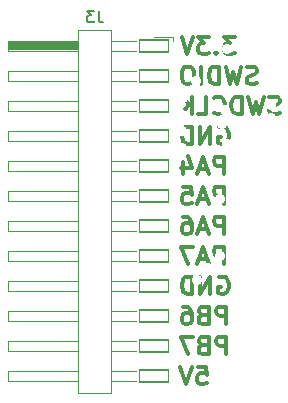
<source format=gbr>
%TF.GenerationSoftware,KiCad,Pcbnew,6.0.5-2.fc36*%
%TF.CreationDate,2022-06-13T15:37:22-05:00*%
%TF.ProjectId,right,72696768-742e-46b6-9963-61645f706362,rev?*%
%TF.SameCoordinates,Original*%
%TF.FileFunction,Legend,Bot*%
%TF.FilePolarity,Positive*%
%FSLAX46Y46*%
G04 Gerber Fmt 4.6, Leading zero omitted, Abs format (unit mm)*
G04 Created by KiCad (PCBNEW 6.0.5-2.fc36) date 2022-06-13 15:37:22*
%MOMM*%
%LPD*%
G01*
G04 APERTURE LIST*
G04 Aperture macros list*
%AMRoundRect*
0 Rectangle with rounded corners*
0 $1 Rounding radius*
0 $2 $3 $4 $5 $6 $7 $8 $9 X,Y pos of 4 corners*
0 Add a 4 corners polygon primitive as box body*
4,1,4,$2,$3,$4,$5,$6,$7,$8,$9,$2,$3,0*
0 Add four circle primitives for the rounded corners*
1,1,$1+$1,$2,$3*
1,1,$1+$1,$4,$5*
1,1,$1+$1,$6,$7*
1,1,$1+$1,$8,$9*
0 Add four rect primitives between the rounded corners*
20,1,$1+$1,$2,$3,$4,$5,0*
20,1,$1+$1,$4,$5,$6,$7,0*
20,1,$1+$1,$6,$7,$8,$9,0*
20,1,$1+$1,$8,$9,$2,$3,0*%
G04 Aperture macros list end*
%ADD10C,0.300000*%
%ADD11C,0.150000*%
%ADD12C,0.120000*%
%ADD13R,6.000000X0.760000*%
%ADD14C,2.302000*%
%ADD15C,4.102000*%
%ADD16C,2.002000*%
%ADD17C,1.802000*%
%ADD18O,1.702000X2.102000*%
%ADD19C,0.902000*%
%ADD20RoundRect,0.051000X1.250000X0.500000X-1.250000X0.500000X-1.250000X-0.500000X1.250000X-0.500000X0*%
%ADD21O,1.102000X1.702000*%
%ADD22C,0.752000*%
%ADD23O,1.102000X2.202000*%
G04 APERTURE END LIST*
D10*
X86927857Y-107890571D02*
X87642142Y-107890571D01*
X87713571Y-108604857D01*
X87642142Y-108533428D01*
X87499285Y-108462000D01*
X87142142Y-108462000D01*
X86999285Y-108533428D01*
X86927857Y-108604857D01*
X86856428Y-108747714D01*
X86856428Y-109104857D01*
X86927857Y-109247714D01*
X86999285Y-109319142D01*
X87142142Y-109390571D01*
X87499285Y-109390571D01*
X87642142Y-109319142D01*
X87713571Y-109247714D01*
X86427857Y-107890571D02*
X85927857Y-109390571D01*
X85427857Y-107890571D01*
X89356428Y-106850571D02*
X89356428Y-105350571D01*
X88785000Y-105350571D01*
X88642142Y-105422000D01*
X88570714Y-105493428D01*
X88499285Y-105636285D01*
X88499285Y-105850571D01*
X88570714Y-105993428D01*
X88642142Y-106064857D01*
X88785000Y-106136285D01*
X89356428Y-106136285D01*
X87356428Y-106064857D02*
X87142142Y-106136285D01*
X87070714Y-106207714D01*
X86999285Y-106350571D01*
X86999285Y-106564857D01*
X87070714Y-106707714D01*
X87142142Y-106779142D01*
X87285000Y-106850571D01*
X87856428Y-106850571D01*
X87856428Y-105350571D01*
X87356428Y-105350571D01*
X87213571Y-105422000D01*
X87142142Y-105493428D01*
X87070714Y-105636285D01*
X87070714Y-105779142D01*
X87142142Y-105922000D01*
X87213571Y-105993428D01*
X87356428Y-106064857D01*
X87856428Y-106064857D01*
X86499285Y-105350571D02*
X85499285Y-105350571D01*
X86142142Y-106850571D01*
X89356428Y-104310571D02*
X89356428Y-102810571D01*
X88785000Y-102810571D01*
X88642142Y-102882000D01*
X88570714Y-102953428D01*
X88499285Y-103096285D01*
X88499285Y-103310571D01*
X88570714Y-103453428D01*
X88642142Y-103524857D01*
X88785000Y-103596285D01*
X89356428Y-103596285D01*
X87356428Y-103524857D02*
X87142142Y-103596285D01*
X87070714Y-103667714D01*
X86999285Y-103810571D01*
X86999285Y-104024857D01*
X87070714Y-104167714D01*
X87142142Y-104239142D01*
X87285000Y-104310571D01*
X87856428Y-104310571D01*
X87856428Y-102810571D01*
X87356428Y-102810571D01*
X87213571Y-102882000D01*
X87142142Y-102953428D01*
X87070714Y-103096285D01*
X87070714Y-103239142D01*
X87142142Y-103382000D01*
X87213571Y-103453428D01*
X87356428Y-103524857D01*
X87856428Y-103524857D01*
X85713571Y-102810571D02*
X85999285Y-102810571D01*
X86142142Y-102882000D01*
X86213571Y-102953428D01*
X86356428Y-103167714D01*
X86427857Y-103453428D01*
X86427857Y-104024857D01*
X86356428Y-104167714D01*
X86285000Y-104239142D01*
X86142142Y-104310571D01*
X85856428Y-104310571D01*
X85713571Y-104239142D01*
X85642142Y-104167714D01*
X85570714Y-104024857D01*
X85570714Y-103667714D01*
X85642142Y-103524857D01*
X85713571Y-103453428D01*
X85856428Y-103382000D01*
X86142142Y-103382000D01*
X86285000Y-103453428D01*
X86356428Y-103524857D01*
X86427857Y-103667714D01*
X88713571Y-100342000D02*
X88856428Y-100270571D01*
X89070714Y-100270571D01*
X89285000Y-100342000D01*
X89427857Y-100484857D01*
X89499285Y-100627714D01*
X89570714Y-100913428D01*
X89570714Y-101127714D01*
X89499285Y-101413428D01*
X89427857Y-101556285D01*
X89285000Y-101699142D01*
X89070714Y-101770571D01*
X88927857Y-101770571D01*
X88713571Y-101699142D01*
X88642142Y-101627714D01*
X88642142Y-101127714D01*
X88927857Y-101127714D01*
X87999285Y-101770571D02*
X87999285Y-100270571D01*
X87142142Y-101770571D01*
X87142142Y-100270571D01*
X86427857Y-101770571D02*
X86427857Y-100270571D01*
X86070714Y-100270571D01*
X85856428Y-100342000D01*
X85713571Y-100484857D01*
X85642142Y-100627714D01*
X85570714Y-100913428D01*
X85570714Y-101127714D01*
X85642142Y-101413428D01*
X85713571Y-101556285D01*
X85856428Y-101699142D01*
X86070714Y-101770571D01*
X86427857Y-101770571D01*
X89142142Y-99230571D02*
X89142142Y-97730571D01*
X88570714Y-97730571D01*
X88427857Y-97802000D01*
X88356428Y-97873428D01*
X88285000Y-98016285D01*
X88285000Y-98230571D01*
X88356428Y-98373428D01*
X88427857Y-98444857D01*
X88570714Y-98516285D01*
X89142142Y-98516285D01*
X87713571Y-98802000D02*
X86999285Y-98802000D01*
X87856428Y-99230571D02*
X87356428Y-97730571D01*
X86856428Y-99230571D01*
X86499285Y-97730571D02*
X85499285Y-97730571D01*
X86142142Y-99230571D01*
X89142142Y-96690571D02*
X89142142Y-95190571D01*
X88570714Y-95190571D01*
X88427857Y-95262000D01*
X88356428Y-95333428D01*
X88285000Y-95476285D01*
X88285000Y-95690571D01*
X88356428Y-95833428D01*
X88427857Y-95904857D01*
X88570714Y-95976285D01*
X89142142Y-95976285D01*
X87713571Y-96262000D02*
X86999285Y-96262000D01*
X87856428Y-96690571D02*
X87356428Y-95190571D01*
X86856428Y-96690571D01*
X85713571Y-95190571D02*
X85999285Y-95190571D01*
X86142142Y-95262000D01*
X86213571Y-95333428D01*
X86356428Y-95547714D01*
X86427857Y-95833428D01*
X86427857Y-96404857D01*
X86356428Y-96547714D01*
X86285000Y-96619142D01*
X86142142Y-96690571D01*
X85856428Y-96690571D01*
X85713571Y-96619142D01*
X85642142Y-96547714D01*
X85570714Y-96404857D01*
X85570714Y-96047714D01*
X85642142Y-95904857D01*
X85713571Y-95833428D01*
X85856428Y-95762000D01*
X86142142Y-95762000D01*
X86285000Y-95833428D01*
X86356428Y-95904857D01*
X86427857Y-96047714D01*
X89142142Y-94150571D02*
X89142142Y-92650571D01*
X88570714Y-92650571D01*
X88427857Y-92722000D01*
X88356428Y-92793428D01*
X88285000Y-92936285D01*
X88285000Y-93150571D01*
X88356428Y-93293428D01*
X88427857Y-93364857D01*
X88570714Y-93436285D01*
X89142142Y-93436285D01*
X87713571Y-93722000D02*
X86999285Y-93722000D01*
X87856428Y-94150571D02*
X87356428Y-92650571D01*
X86856428Y-94150571D01*
X85642142Y-92650571D02*
X86356428Y-92650571D01*
X86427857Y-93364857D01*
X86356428Y-93293428D01*
X86213571Y-93222000D01*
X85856428Y-93222000D01*
X85713571Y-93293428D01*
X85642142Y-93364857D01*
X85570714Y-93507714D01*
X85570714Y-93864857D01*
X85642142Y-94007714D01*
X85713571Y-94079142D01*
X85856428Y-94150571D01*
X86213571Y-94150571D01*
X86356428Y-94079142D01*
X86427857Y-94007714D01*
X89142142Y-91610571D02*
X89142142Y-90110571D01*
X88570714Y-90110571D01*
X88427857Y-90182000D01*
X88356428Y-90253428D01*
X88285000Y-90396285D01*
X88285000Y-90610571D01*
X88356428Y-90753428D01*
X88427857Y-90824857D01*
X88570714Y-90896285D01*
X89142142Y-90896285D01*
X87713571Y-91182000D02*
X86999285Y-91182000D01*
X87856428Y-91610571D02*
X87356428Y-90110571D01*
X86856428Y-91610571D01*
X85713571Y-90610571D02*
X85713571Y-91610571D01*
X86070714Y-90039142D02*
X86427857Y-91110571D01*
X85499285Y-91110571D01*
X88713571Y-87642000D02*
X88856428Y-87570571D01*
X89070714Y-87570571D01*
X89285000Y-87642000D01*
X89427857Y-87784857D01*
X89499285Y-87927714D01*
X89570714Y-88213428D01*
X89570714Y-88427714D01*
X89499285Y-88713428D01*
X89427857Y-88856285D01*
X89285000Y-88999142D01*
X89070714Y-89070571D01*
X88927857Y-89070571D01*
X88713571Y-88999142D01*
X88642142Y-88927714D01*
X88642142Y-88427714D01*
X88927857Y-88427714D01*
X87999285Y-89070571D02*
X87999285Y-87570571D01*
X87142142Y-89070571D01*
X87142142Y-87570571D01*
X86427857Y-89070571D02*
X86427857Y-87570571D01*
X86070714Y-87570571D01*
X85856428Y-87642000D01*
X85713571Y-87784857D01*
X85642142Y-87927714D01*
X85570714Y-88213428D01*
X85570714Y-88427714D01*
X85642142Y-88713428D01*
X85713571Y-88856285D01*
X85856428Y-88999142D01*
X86070714Y-89070571D01*
X86427857Y-89070571D01*
X93856428Y-86459142D02*
X93642142Y-86530571D01*
X93285000Y-86530571D01*
X93142142Y-86459142D01*
X93070714Y-86387714D01*
X92999285Y-86244857D01*
X92999285Y-86102000D01*
X93070714Y-85959142D01*
X93142142Y-85887714D01*
X93285000Y-85816285D01*
X93570714Y-85744857D01*
X93713571Y-85673428D01*
X93785000Y-85602000D01*
X93856428Y-85459142D01*
X93856428Y-85316285D01*
X93785000Y-85173428D01*
X93713571Y-85102000D01*
X93570714Y-85030571D01*
X93213571Y-85030571D01*
X92999285Y-85102000D01*
X92499285Y-85030571D02*
X92142142Y-86530571D01*
X91856428Y-85459142D01*
X91570714Y-86530571D01*
X91213571Y-85030571D01*
X90642142Y-86530571D02*
X90642142Y-85030571D01*
X90285000Y-85030571D01*
X90070714Y-85102000D01*
X89927857Y-85244857D01*
X89856428Y-85387714D01*
X89785000Y-85673428D01*
X89785000Y-85887714D01*
X89856428Y-86173428D01*
X89927857Y-86316285D01*
X90070714Y-86459142D01*
X90285000Y-86530571D01*
X90642142Y-86530571D01*
X88285000Y-86387714D02*
X88356428Y-86459142D01*
X88570714Y-86530571D01*
X88713571Y-86530571D01*
X88927857Y-86459142D01*
X89070714Y-86316285D01*
X89142142Y-86173428D01*
X89213571Y-85887714D01*
X89213571Y-85673428D01*
X89142142Y-85387714D01*
X89070714Y-85244857D01*
X88927857Y-85102000D01*
X88713571Y-85030571D01*
X88570714Y-85030571D01*
X88356428Y-85102000D01*
X88285000Y-85173428D01*
X86927857Y-86530571D02*
X87642142Y-86530571D01*
X87642142Y-85030571D01*
X86427857Y-86530571D02*
X86427857Y-85030571D01*
X85570714Y-86530571D02*
X86213571Y-85673428D01*
X85570714Y-85030571D02*
X86427857Y-85887714D01*
X91927857Y-83919142D02*
X91713571Y-83990571D01*
X91356428Y-83990571D01*
X91213571Y-83919142D01*
X91142142Y-83847714D01*
X91070714Y-83704857D01*
X91070714Y-83562000D01*
X91142142Y-83419142D01*
X91213571Y-83347714D01*
X91356428Y-83276285D01*
X91642142Y-83204857D01*
X91785000Y-83133428D01*
X91856428Y-83062000D01*
X91927857Y-82919142D01*
X91927857Y-82776285D01*
X91856428Y-82633428D01*
X91785000Y-82562000D01*
X91642142Y-82490571D01*
X91285000Y-82490571D01*
X91070714Y-82562000D01*
X90570714Y-82490571D02*
X90213571Y-83990571D01*
X89927857Y-82919142D01*
X89642142Y-83990571D01*
X89285000Y-82490571D01*
X88713571Y-83990571D02*
X88713571Y-82490571D01*
X88356428Y-82490571D01*
X88142142Y-82562000D01*
X87999285Y-82704857D01*
X87927857Y-82847714D01*
X87856428Y-83133428D01*
X87856428Y-83347714D01*
X87927857Y-83633428D01*
X87999285Y-83776285D01*
X88142142Y-83919142D01*
X88356428Y-83990571D01*
X88713571Y-83990571D01*
X87213571Y-83990571D02*
X87213571Y-82490571D01*
X86213571Y-82490571D02*
X85927857Y-82490571D01*
X85785000Y-82562000D01*
X85642142Y-82704857D01*
X85570714Y-82990571D01*
X85570714Y-83490571D01*
X85642142Y-83776285D01*
X85785000Y-83919142D01*
X85927857Y-83990571D01*
X86213571Y-83990571D01*
X86356428Y-83919142D01*
X86499285Y-83776285D01*
X86570714Y-83490571D01*
X86570714Y-82990571D01*
X86499285Y-82704857D01*
X86356428Y-82562000D01*
X86213571Y-82490571D01*
X90054857Y-79950571D02*
X89126285Y-79950571D01*
X89626285Y-80522000D01*
X89412000Y-80522000D01*
X89269142Y-80593428D01*
X89197714Y-80664857D01*
X89126285Y-80807714D01*
X89126285Y-81164857D01*
X89197714Y-81307714D01*
X89269142Y-81379142D01*
X89412000Y-81450571D01*
X89840571Y-81450571D01*
X89983428Y-81379142D01*
X90054857Y-81307714D01*
X88483428Y-81307714D02*
X88412000Y-81379142D01*
X88483428Y-81450571D01*
X88554857Y-81379142D01*
X88483428Y-81307714D01*
X88483428Y-81450571D01*
X87912000Y-79950571D02*
X86983428Y-79950571D01*
X87483428Y-80522000D01*
X87269142Y-80522000D01*
X87126285Y-80593428D01*
X87054857Y-80664857D01*
X86983428Y-80807714D01*
X86983428Y-81164857D01*
X87054857Y-81307714D01*
X87126285Y-81379142D01*
X87269142Y-81450571D01*
X87697714Y-81450571D01*
X87840571Y-81379142D01*
X87912000Y-81307714D01*
X86554857Y-79950571D02*
X86054857Y-81450571D01*
X85554857Y-79950571D01*
D11*
%TO.C,J3*%
X78537333Y-77754380D02*
X78537333Y-78468666D01*
X78584952Y-78611523D01*
X78680190Y-78706761D01*
X78823047Y-78754380D01*
X78918285Y-78754380D01*
X78156380Y-77754380D02*
X77537333Y-77754380D01*
X77870666Y-78135333D01*
X77727809Y-78135333D01*
X77632571Y-78182952D01*
X77584952Y-78230571D01*
X77537333Y-78325809D01*
X77537333Y-78563904D01*
X77584952Y-78659142D01*
X77632571Y-78706761D01*
X77727809Y-78754380D01*
X78013523Y-78754380D01*
X78108761Y-78706761D01*
X78156380Y-78659142D01*
D12*
X79569000Y-79382000D02*
X76829000Y-79382000D01*
X76829000Y-79382000D02*
X76829000Y-110102000D01*
X76829000Y-110102000D02*
X79569000Y-110102000D01*
X79569000Y-110102000D02*
X79569000Y-79382000D01*
X81679000Y-80332000D02*
X79569000Y-80332000D01*
X81679000Y-81212000D02*
X79569000Y-81212000D01*
X76829000Y-80332000D02*
X70829000Y-80332000D01*
X70829000Y-80332000D02*
X70829000Y-81212000D01*
X70829000Y-81212000D02*
X76829000Y-81212000D01*
X81679000Y-82872000D02*
X79569000Y-82872000D01*
X81679000Y-83752000D02*
X79569000Y-83752000D01*
X76829000Y-82872000D02*
X70829000Y-82872000D01*
X70829000Y-82872000D02*
X70829000Y-83752000D01*
X70829000Y-83752000D02*
X76829000Y-83752000D01*
X81679000Y-85412000D02*
X79569000Y-85412000D01*
X81679000Y-86292000D02*
X79569000Y-86292000D01*
X76829000Y-85412000D02*
X70829000Y-85412000D01*
X70829000Y-85412000D02*
X70829000Y-86292000D01*
X70829000Y-86292000D02*
X76829000Y-86292000D01*
X81679000Y-87952000D02*
X79569000Y-87952000D01*
X81679000Y-88832000D02*
X79569000Y-88832000D01*
X76829000Y-87952000D02*
X70829000Y-87952000D01*
X70829000Y-87952000D02*
X70829000Y-88832000D01*
X70829000Y-88832000D02*
X76829000Y-88832000D01*
X81679000Y-90492000D02*
X79569000Y-90492000D01*
X81679000Y-91372000D02*
X79569000Y-91372000D01*
X76829000Y-90492000D02*
X70829000Y-90492000D01*
X70829000Y-90492000D02*
X70829000Y-91372000D01*
X70829000Y-91372000D02*
X76829000Y-91372000D01*
X81679000Y-93032000D02*
X79569000Y-93032000D01*
X81679000Y-93912000D02*
X79569000Y-93912000D01*
X76829000Y-93032000D02*
X70829000Y-93032000D01*
X70829000Y-93032000D02*
X70829000Y-93912000D01*
X70829000Y-93912000D02*
X76829000Y-93912000D01*
X81679000Y-95572000D02*
X79569000Y-95572000D01*
X81679000Y-96452000D02*
X79569000Y-96452000D01*
X76829000Y-95572000D02*
X70829000Y-95572000D01*
X70829000Y-95572000D02*
X70829000Y-96452000D01*
X70829000Y-96452000D02*
X76829000Y-96452000D01*
X81679000Y-98112000D02*
X79569000Y-98112000D01*
X81679000Y-98992000D02*
X79569000Y-98992000D01*
X76829000Y-98112000D02*
X70829000Y-98112000D01*
X70829000Y-98112000D02*
X70829000Y-98992000D01*
X70829000Y-98992000D02*
X76829000Y-98992000D01*
X81679000Y-100652000D02*
X79569000Y-100652000D01*
X81679000Y-101532000D02*
X79569000Y-101532000D01*
X76829000Y-100652000D02*
X70829000Y-100652000D01*
X70829000Y-100652000D02*
X70829000Y-101532000D01*
X70829000Y-101532000D02*
X76829000Y-101532000D01*
X81679000Y-103192000D02*
X79569000Y-103192000D01*
X81679000Y-104072000D02*
X79569000Y-104072000D01*
X76829000Y-103192000D02*
X70829000Y-103192000D01*
X70829000Y-103192000D02*
X70829000Y-104072000D01*
X70829000Y-104072000D02*
X76829000Y-104072000D01*
X81679000Y-105732000D02*
X79569000Y-105732000D01*
X81679000Y-106612000D02*
X79569000Y-106612000D01*
X76829000Y-105732000D02*
X70829000Y-105732000D01*
X70829000Y-105732000D02*
X70829000Y-106612000D01*
X70829000Y-106612000D02*
X76829000Y-106612000D01*
X81679000Y-108272000D02*
X79569000Y-108272000D01*
X81679000Y-109152000D02*
X79569000Y-109152000D01*
X76829000Y-108272000D02*
X70829000Y-108272000D01*
X70829000Y-108272000D02*
X70829000Y-109152000D01*
X70829000Y-109152000D02*
X76829000Y-109152000D01*
X84819000Y-80772000D02*
X84819000Y-79952000D01*
X84819000Y-79952000D02*
X83249000Y-79952000D01*
%TD*%
D13*
%TO.C,J3*%
X73829000Y-80772000D03*
%TD*%
%LPC*%
D14*
%TO.C,SW12*%
X117114000Y-70522000D03*
D15*
X112014000Y-74422000D03*
D16*
X106514000Y-74422000D03*
X117514000Y-74422000D03*
D14*
X112014000Y-68522000D03*
X114554000Y-69342000D03*
X108204000Y-71882000D03*
D17*
X117094000Y-74422000D03*
X106934000Y-74422000D03*
%TD*%
%TO.C,SW15*%
X94386733Y-138918685D03*
X103479267Y-134385315D03*
D14*
X94389958Y-136078880D03*
X98939448Y-130972391D03*
X96300433Y-131371887D03*
D16*
X103855139Y-134197912D03*
X94010861Y-139106088D03*
D15*
X98933000Y-136652000D03*
D14*
X101756994Y-130886147D03*
%TD*%
%TO.C,SW3*%
X212364000Y-80682000D03*
D15*
X207264000Y-84582000D03*
D16*
X201764000Y-84582000D03*
X212764000Y-84582000D03*
D14*
X207264000Y-78682000D03*
X209804000Y-79502000D03*
X203454000Y-82042000D03*
D17*
X212344000Y-84582000D03*
X202184000Y-84582000D03*
%TD*%
%TO.C,SW4*%
X202184000Y-103632000D03*
X212344000Y-103632000D03*
D14*
X203454000Y-101092000D03*
X209804000Y-98552000D03*
X207264000Y-97732000D03*
D16*
X212764000Y-103632000D03*
X201764000Y-103632000D03*
D15*
X207264000Y-103632000D03*
D14*
X212364000Y-99732000D03*
%TD*%
%TO.C,SW5*%
X212364000Y-118782000D03*
D15*
X207264000Y-122682000D03*
D16*
X201764000Y-122682000D03*
X212764000Y-122682000D03*
D14*
X207264000Y-116782000D03*
X209804000Y-117602000D03*
X203454000Y-120142000D03*
D17*
X212344000Y-122682000D03*
X202184000Y-122682000D03*
%TD*%
%TO.C,SW7*%
X164084000Y-71882000D03*
X174244000Y-71882000D03*
D14*
X165354000Y-69342000D03*
X171704000Y-66802000D03*
X169164000Y-65982000D03*
D16*
X174664000Y-71882000D03*
X163664000Y-71882000D03*
D15*
X169164000Y-71882000D03*
D14*
X174264000Y-67982000D03*
%TD*%
%TO.C,SW13*%
X117114000Y-89572000D03*
D15*
X112014000Y-93472000D03*
D16*
X106514000Y-93472000D03*
X117514000Y-93472000D03*
D14*
X112014000Y-87572000D03*
X114554000Y-88392000D03*
X108204000Y-90932000D03*
D17*
X117094000Y-93472000D03*
X106934000Y-93472000D03*
%TD*%
%TO.C,SW8*%
X164084000Y-90932000D03*
X174244000Y-90932000D03*
D14*
X165354000Y-88392000D03*
X171704000Y-85852000D03*
X169164000Y-85032000D03*
D16*
X174664000Y-90932000D03*
X163664000Y-90932000D03*
D15*
X169164000Y-90932000D03*
D14*
X174264000Y-87032000D03*
%TD*%
%TO.C,SW9*%
X174264000Y-106082000D03*
D15*
X169164000Y-109982000D03*
D16*
X163664000Y-109982000D03*
X174664000Y-109982000D03*
D14*
X169164000Y-104082000D03*
X171704000Y-104902000D03*
X165354000Y-107442000D03*
D17*
X174244000Y-109982000D03*
X164084000Y-109982000D03*
%TD*%
%TO.C,SW10*%
X154559000Y-129032000D03*
X164719000Y-129032000D03*
D14*
X155829000Y-126492000D03*
X162179000Y-123952000D03*
X159639000Y-123132000D03*
D16*
X165139000Y-129032000D03*
X154139000Y-129032000D03*
D15*
X159639000Y-129032000D03*
D14*
X164739000Y-125132000D03*
%TD*%
D17*
%TO.C,SW14*%
X106934000Y-112522000D03*
X117094000Y-112522000D03*
D14*
X108204000Y-109982000D03*
X114554000Y-107442000D03*
X112014000Y-106622000D03*
D16*
X117514000Y-112522000D03*
X106514000Y-112522000D03*
D15*
X112014000Y-112522000D03*
D14*
X117114000Y-108622000D03*
%TD*%
%TO.C,SW17*%
X193314000Y-78142000D03*
D15*
X188214000Y-82042000D03*
D16*
X182714000Y-82042000D03*
X193714000Y-82042000D03*
D14*
X188214000Y-76142000D03*
X190754000Y-76962000D03*
X184404000Y-79502000D03*
D17*
X193294000Y-82042000D03*
X183134000Y-82042000D03*
%TD*%
%TO.C,SW18*%
X183134000Y-101092000D03*
X193294000Y-101092000D03*
D14*
X184404000Y-98552000D03*
X190754000Y-96012000D03*
X188214000Y-95192000D03*
D16*
X193714000Y-101092000D03*
X182714000Y-101092000D03*
D15*
X188214000Y-101092000D03*
D14*
X193314000Y-97192000D03*
%TD*%
%TO.C,SW19*%
X193314000Y-116242000D03*
D15*
X188214000Y-120142000D03*
D16*
X182714000Y-120142000D03*
X193714000Y-120142000D03*
D14*
X188214000Y-114242000D03*
X190754000Y-115062000D03*
X184404000Y-117602000D03*
D17*
X193294000Y-120142000D03*
X183134000Y-120142000D03*
%TD*%
%TO.C,SW21*%
X145034000Y-69342000D03*
X155194000Y-69342000D03*
D14*
X146304000Y-66802000D03*
X152654000Y-64262000D03*
X150114000Y-63442000D03*
D16*
X155614000Y-69342000D03*
X144614000Y-69342000D03*
D15*
X150114000Y-69342000D03*
D14*
X155214000Y-65442000D03*
%TD*%
%TO.C,SW22*%
X155214000Y-84492000D03*
D15*
X150114000Y-88392000D03*
D16*
X144614000Y-88392000D03*
X155614000Y-88392000D03*
D14*
X150114000Y-82492000D03*
X152654000Y-83312000D03*
X146304000Y-85852000D03*
D17*
X155194000Y-88392000D03*
X145034000Y-88392000D03*
%TD*%
%TO.C,SW23*%
X145034000Y-107442000D03*
X155194000Y-107442000D03*
D14*
X146304000Y-104902000D03*
X152654000Y-102362000D03*
X150114000Y-101542000D03*
D16*
X155614000Y-107442000D03*
X144614000Y-107442000D03*
D15*
X150114000Y-107442000D03*
D14*
X155214000Y-103542000D03*
%TD*%
%TO.C,SW31*%
X136164000Y-67982000D03*
D15*
X131064000Y-71882000D03*
D16*
X125564000Y-71882000D03*
X136564000Y-71882000D03*
D14*
X131064000Y-65982000D03*
X133604000Y-66802000D03*
X127254000Y-69342000D03*
D17*
X136144000Y-71882000D03*
X125984000Y-71882000D03*
%TD*%
%TO.C,SW32*%
X125984000Y-90932000D03*
X136144000Y-90932000D03*
D14*
X127254000Y-88392000D03*
X133604000Y-85852000D03*
X131064000Y-85032000D03*
D16*
X136564000Y-90932000D03*
X125564000Y-90932000D03*
D15*
X131064000Y-90932000D03*
D14*
X136164000Y-87032000D03*
%TD*%
%TO.C,SW33*%
X136164000Y-106082000D03*
D15*
X131064000Y-109982000D03*
D16*
X125564000Y-109982000D03*
X136564000Y-109982000D03*
D14*
X131064000Y-104082000D03*
X133604000Y-104902000D03*
X127254000Y-107442000D03*
D17*
X136144000Y-109982000D03*
X125984000Y-109982000D03*
%TD*%
%TO.C,SW34*%
X116459000Y-131572000D03*
X126619000Y-131572000D03*
D14*
X117729000Y-129032000D03*
X124079000Y-126492000D03*
X121539000Y-125672000D03*
D16*
X127039000Y-131572000D03*
X116039000Y-131572000D03*
D15*
X121539000Y-131572000D03*
D14*
X126639000Y-127672000D03*
%TD*%
%TO.C,SW24*%
X145689000Y-125132000D03*
D15*
X140589000Y-129032000D03*
D16*
X135089000Y-129032000D03*
X146089000Y-129032000D03*
D14*
X140589000Y-123132000D03*
X143129000Y-123952000D03*
X136779000Y-126492000D03*
D17*
X145669000Y-129032000D03*
X135509000Y-129032000D03*
%TD*%
D18*
%TO.C,J2*%
X81901000Y-77467000D03*
X86501000Y-76367000D03*
X86501000Y-69367000D03*
D19*
X84201000Y-74767000D03*
X84201000Y-67767000D03*
D18*
X86501000Y-72367000D03*
%TD*%
D20*
%TO.C,J3*%
X83249000Y-80772000D03*
X83249000Y-83312000D03*
X83249000Y-85852000D03*
X83249000Y-88392000D03*
X83249000Y-90932000D03*
X83249000Y-93472000D03*
X83249000Y-96012000D03*
X83249000Y-98552000D03*
X83249000Y-101092000D03*
X83249000Y-103632000D03*
X83249000Y-106172000D03*
X83249000Y-108712000D03*
%TD*%
D21*
%TO.C,J1*%
X92454000Y-67657000D03*
D22*
X93884000Y-71307000D03*
D21*
X101094000Y-67657000D03*
D22*
X99664000Y-71307000D03*
D23*
X101094000Y-71837000D03*
X92454000Y-71837000D03*
%TD*%
D19*
X95631000Y-77724000D03*
X139446000Y-68453000D03*
X118999000Y-68453000D03*
X88773000Y-93726000D03*
X110617000Y-133350000D03*
X132080000Y-128651000D03*
X83185000Y-102235000D03*
X83185000Y-87122000D03*
X97790000Y-98806000D03*
X98044000Y-84963000D03*
X90297000Y-101092000D03*
X85090000Y-80772000D03*
X89408000Y-81026000D03*
X86786000Y-83693000D03*
X98139235Y-90067167D03*
X88773000Y-98552000D03*
X83312000Y-91948000D03*
X87757000Y-99568000D03*
X83312000Y-94615000D03*
X98933000Y-87375998D03*
X86868000Y-100584000D03*
X83312000Y-97028000D03*
X99694996Y-86614000D03*
X85598000Y-109982000D03*
X83312000Y-99822000D03*
X100457000Y-85725000D03*
X85598000Y-87972000D03*
X85598000Y-89408000D03*
X93345000Y-80264000D03*
X91953360Y-80396370D03*
X88994000Y-87376000D03*
X89412660Y-89022340D03*
X85598000Y-86614006D03*
X90043000Y-90042998D03*
X89261000Y-86126000D03*
X85684167Y-85192152D03*
X92075000Y-84455000D03*
X96774000Y-93853000D03*
X94869000Y-106954000D03*
X94107000Y-87630000D03*
X93091000Y-86868000D03*
X92837000Y-112542000D03*
X92837000Y-118130000D03*
X93091000Y-85725000D03*
X94234000Y-84836000D03*
X90805000Y-123718000D03*
M02*

</source>
